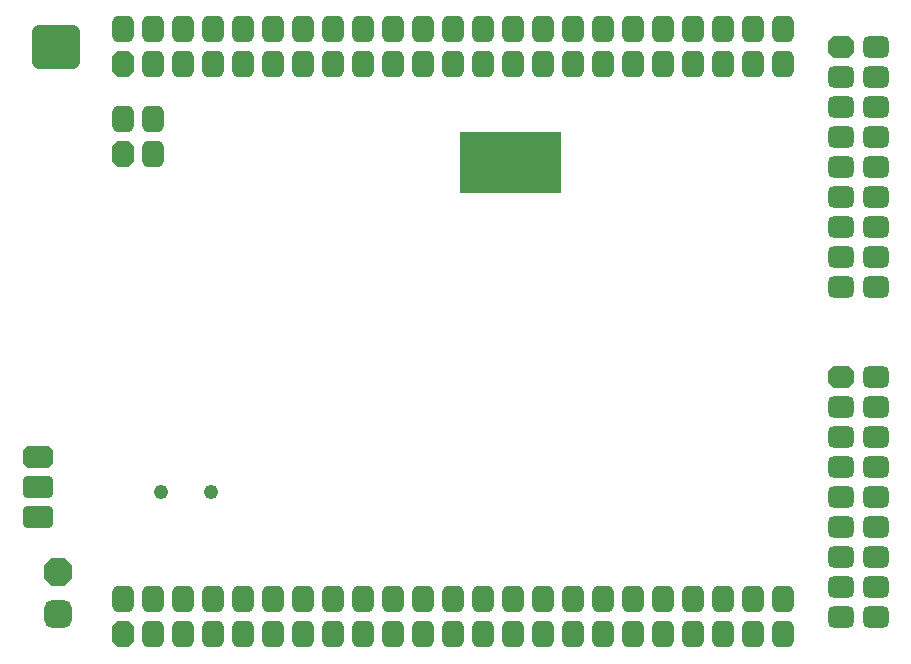
<source format=gbr>
%TF.GenerationSoftware,Altium Limited,Altium Designer,21.9.2 (33)*%
G04 Layer_Color=16711935*
%FSLAX45Y45*%
%MOMM*%
%TF.SameCoordinates,7777544D-92F5-45BF-99EE-D781317D7DBF*%
%TF.FilePolarity,Negative*%
%TF.FileFunction,Soldermask,Bot*%
%TF.Part,Single*%
G01*
G75*
%TA.AperFunction,SMDPad,CuDef*%
G04:AMPARAMS|DCode=115|XSize=1.92mm|YSize=2.62mm|CornerRadius=0mm|HoleSize=0mm|Usage=FLASHONLY|Rotation=270.000|XOffset=0mm|YOffset=0mm|HoleType=Round|Shape=Octagon|*
%AMOCTAGOND115*
4,1,8,1.31000,0.48000,1.31000,-0.48000,0.83000,-0.96000,-0.83000,-0.96000,-1.31000,-0.48000,-1.31000,0.48000,-0.83000,0.96000,0.83000,0.96000,1.31000,0.48000,0.0*
%
%ADD115OCTAGOND115*%

G04:AMPARAMS|DCode=116|XSize=1.92mm|YSize=2.62mm|CornerRadius=0.51mm|HoleSize=0mm|Usage=FLASHONLY|Rotation=270.000|XOffset=0mm|YOffset=0mm|HoleType=Round|Shape=RoundedRectangle|*
%AMROUNDEDRECTD116*
21,1,1.92000,1.60000,0,0,270.0*
21,1,0.90000,2.62000,0,0,270.0*
1,1,1.02000,-0.80000,-0.45000*
1,1,1.02000,-0.80000,0.45000*
1,1,1.02000,0.80000,0.45000*
1,1,1.02000,0.80000,-0.45000*
%
%ADD116ROUNDEDRECTD116*%
%TA.AperFunction,ComponentPad*%
G04:AMPARAMS|DCode=117|XSize=1.82mm|YSize=2.22mm|CornerRadius=0mm|HoleSize=0mm|Usage=FLASHONLY|Rotation=270.000|XOffset=0mm|YOffset=0mm|HoleType=Round|Shape=Octagon|*
%AMOCTAGOND117*
4,1,8,1.11000,0.45500,1.11000,-0.45500,0.65500,-0.91000,-0.65500,-0.91000,-1.11000,-0.45500,-1.11000,0.45500,-0.65500,0.91000,0.65500,0.91000,1.11000,0.45500,0.0*
%
%ADD117OCTAGOND117*%

G04:AMPARAMS|DCode=118|XSize=1.82mm|YSize=2.22mm|CornerRadius=0.485mm|HoleSize=0mm|Usage=FLASHONLY|Rotation=270.000|XOffset=0mm|YOffset=0mm|HoleType=Round|Shape=RoundedRectangle|*
%AMROUNDEDRECTD118*
21,1,1.82000,1.25001,0,0,270.0*
21,1,0.85000,2.22000,0,0,270.0*
1,1,0.97000,-0.62500,-0.42500*
1,1,0.97000,-0.62500,0.42500*
1,1,0.97000,0.62500,0.42500*
1,1,0.97000,0.62500,-0.42500*
%
%ADD118ROUNDEDRECTD118*%
G04:AMPARAMS|DCode=119|XSize=1.82mm|YSize=2.22mm|CornerRadius=0.485mm|HoleSize=0mm|Usage=FLASHONLY|Rotation=0.000|XOffset=0mm|YOffset=0mm|HoleType=Round|Shape=RoundedRectangle|*
%AMROUNDEDRECTD119*
21,1,1.82000,1.25001,0,0,0.0*
21,1,0.85000,2.22000,0,0,0.0*
1,1,0.97000,0.42500,-0.62500*
1,1,0.97000,-0.42500,-0.62500*
1,1,0.97000,-0.42500,0.62500*
1,1,0.97000,0.42500,0.62500*
%
%ADD119ROUNDEDRECTD119*%
G04:AMPARAMS|DCode=120|XSize=1.82mm|YSize=2.22mm|CornerRadius=0mm|HoleSize=0mm|Usage=FLASHONLY|Rotation=0.000|XOffset=0mm|YOffset=0mm|HoleType=Round|Shape=Octagon|*
%AMOCTAGOND120*
4,1,8,-0.45500,1.11000,0.45500,1.11000,0.91000,0.65500,0.91000,-0.65500,0.45500,-1.11000,-0.45500,-1.11000,-0.91000,-0.65500,-0.91000,0.65500,-0.45500,1.11000,0.0*
%
%ADD120OCTAGOND120*%

G04:AMPARAMS|DCode=121|XSize=4.12mm|YSize=3.72mm|CornerRadius=0.6mm|HoleSize=0mm|Usage=FLASHONLY|Rotation=0.000|XOffset=0mm|YOffset=0mm|HoleType=Round|Shape=RoundedRectangle|*
%AMROUNDEDRECTD121*
21,1,4.12000,2.52000,0,0,0.0*
21,1,2.92000,3.72000,0,0,0.0*
1,1,1.20000,1.46000,-1.26000*
1,1,1.20000,-1.46000,-1.26000*
1,1,1.20000,-1.46000,1.26000*
1,1,1.20000,1.46000,1.26000*
%
%ADD121ROUNDEDRECTD121*%
G04:AMPARAMS|DCode=122|XSize=2.32mm|YSize=2.32mm|CornerRadius=0.61mm|HoleSize=0mm|Usage=FLASHONLY|Rotation=270.000|XOffset=0mm|YOffset=0mm|HoleType=Round|Shape=RoundedRectangle|*
%AMROUNDEDRECTD122*
21,1,2.32000,1.10000,0,0,270.0*
21,1,1.10000,2.32000,0,0,270.0*
1,1,1.22000,-0.55000,-0.55000*
1,1,1.22000,-0.55000,0.55000*
1,1,1.22000,0.55000,0.55000*
1,1,1.22000,0.55000,-0.55000*
%
%ADD122ROUNDEDRECTD122*%
G04:AMPARAMS|DCode=123|XSize=2.32mm|YSize=2.32mm|CornerRadius=0mm|HoleSize=0mm|Usage=FLASHONLY|Rotation=270.000|XOffset=0mm|YOffset=0mm|HoleType=Round|Shape=Octagon|*
%AMOCTAGOND123*
4,1,8,-0.58000,-1.16000,0.58000,-1.16000,1.16000,-0.58000,1.16000,0.58000,0.58000,1.16000,-0.58000,1.16000,-1.16000,0.58000,-1.16000,-0.58000,-0.58000,-1.16000,0.0*
%
%ADD123OCTAGOND123*%

%TA.AperFunction,ViaPad*%
%ADD124C,1.22000*%
G36*
X5740000Y3909144D02*
X4880000Y3909143D01*
X4880000Y4420000D01*
X5740000Y4420000D01*
X5740000Y3909144D01*
D02*
G37*
D115*
X1310000Y1674000D02*
D03*
D116*
Y1420000D02*
D03*
Y1166000D02*
D03*
D117*
X8108000Y2349500D02*
D03*
Y5143500D02*
D03*
D118*
Y2095500D02*
D03*
Y1841500D02*
D03*
Y1587500D02*
D03*
Y1333500D02*
D03*
Y1079500D02*
D03*
Y825500D02*
D03*
X8402000Y2349500D02*
D03*
Y2095500D02*
D03*
Y1841500D02*
D03*
Y1587500D02*
D03*
Y1333500D02*
D03*
Y1079500D02*
D03*
Y825500D02*
D03*
X8108000Y571500D02*
D03*
Y317500D02*
D03*
X8402000Y571500D02*
D03*
Y317500D02*
D03*
X8108000Y4889500D02*
D03*
Y4635500D02*
D03*
Y4381500D02*
D03*
Y4127500D02*
D03*
Y3873500D02*
D03*
Y3619500D02*
D03*
X8402000Y5143500D02*
D03*
Y4889500D02*
D03*
Y4635500D02*
D03*
Y4381500D02*
D03*
Y4127500D02*
D03*
Y3873500D02*
D03*
Y3619500D02*
D03*
X8108000Y3365500D02*
D03*
Y3111500D02*
D03*
X8402000Y3365500D02*
D03*
Y3111500D02*
D03*
D119*
X7620000Y464500D02*
D03*
X7366000D02*
D03*
X7112000D02*
D03*
X6858000D02*
D03*
X6604000D02*
D03*
X6350000D02*
D03*
X6096000D02*
D03*
X5842000D02*
D03*
X5588000D02*
D03*
X5334000D02*
D03*
X5080000D02*
D03*
X4826000D02*
D03*
X4572000D02*
D03*
X4318000D02*
D03*
X4064000D02*
D03*
X3810000D02*
D03*
X3556000D02*
D03*
X3302000D02*
D03*
X3048000D02*
D03*
X2794000D02*
D03*
X2540000D02*
D03*
X2286000D02*
D03*
X2032000D02*
D03*
X7620000Y170500D02*
D03*
X7366000D02*
D03*
X7112000D02*
D03*
X6858000D02*
D03*
X6604000D02*
D03*
X6350000D02*
D03*
X6096000D02*
D03*
X5842000D02*
D03*
X5588000D02*
D03*
X5334000D02*
D03*
X5080000D02*
D03*
X4826000D02*
D03*
X4572000D02*
D03*
X4318000D02*
D03*
X4064000D02*
D03*
X3810000D02*
D03*
X3556000D02*
D03*
X3302000D02*
D03*
X3048000D02*
D03*
X2794000D02*
D03*
X2540000D02*
D03*
X2286000D02*
D03*
X7620000Y5290500D02*
D03*
X7366000D02*
D03*
X7112000D02*
D03*
X6858000D02*
D03*
X6604000D02*
D03*
X6350000D02*
D03*
X6096000D02*
D03*
X5842000D02*
D03*
X5588000D02*
D03*
X5334000D02*
D03*
X5080000D02*
D03*
X4826000D02*
D03*
X4572000D02*
D03*
X4318000D02*
D03*
X4064000D02*
D03*
X3810000D02*
D03*
X3556000D02*
D03*
X3302000D02*
D03*
X3048000D02*
D03*
X2794000D02*
D03*
X2540000D02*
D03*
X2286000D02*
D03*
X2032000D02*
D03*
X7620000Y4996500D02*
D03*
X7366000D02*
D03*
X7112000D02*
D03*
X6858000D02*
D03*
X6604000D02*
D03*
X6350000D02*
D03*
X6096000D02*
D03*
X5842000D02*
D03*
X5588000D02*
D03*
X5334000D02*
D03*
X5080000D02*
D03*
X4826000D02*
D03*
X4572000D02*
D03*
X4318000D02*
D03*
X4064000D02*
D03*
X3810000D02*
D03*
X3556000D02*
D03*
X3302000D02*
D03*
X3048000D02*
D03*
X2794000D02*
D03*
X2540000D02*
D03*
X2286000D02*
D03*
X2032000Y4532400D02*
D03*
X2286000D02*
D03*
Y4238400D02*
D03*
D120*
X2032000Y170500D02*
D03*
Y4996500D02*
D03*
Y4238400D02*
D03*
D121*
X1460500Y5143500D02*
D03*
D122*
X1480000Y345000D02*
D03*
D123*
Y695000D02*
D03*
D124*
X2770002Y1370000D02*
D03*
X2349998D02*
D03*
%TF.MD5,60b2357b108134db34b9b6b069cde37e*%
M02*

</source>
